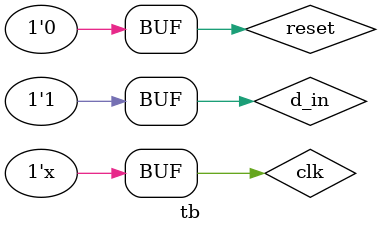
<source format=sv>
`include "d_ff.sv"
module tb;
bit clk,reset,d_in;
logic q,q_bar;
d_ff F1(.clk(clk),.reset(reset),.d_in(d_in),.q(q),.q_bar(q_bar));
always #5 clk = clk+1;
initial begin
reset = 1;
#50ns;
reset = 0;
end
initial begin
d_in = 0;
#10ns;
d_in = 1;
#20ns;
d_in = 0;
#50ns;
d_in = 1;
end
initial begin
#200ns;
;
end
endmodule

</source>
